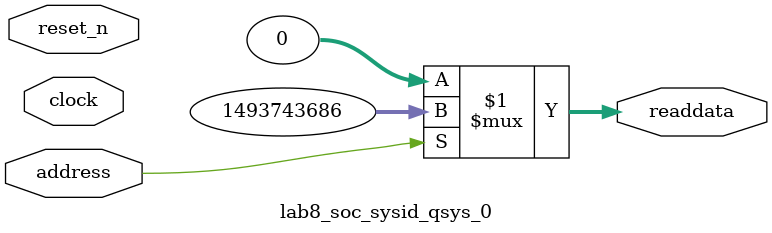
<source format=v>

`timescale 1ns / 1ps
// synthesis translate_on

// turn off superfluous verilog processor warnings 
// altera message_level Level1 
// altera message_off 10034 10035 10036 10037 10230 10240 10030 

module lab8_soc_sysid_qsys_0 (
               // inputs:
                address,
                clock,
                reset_n,

               // outputs:
                readdata
             )
;

  output  [ 31: 0] readdata;
  input            address;
  input            clock;
  input            reset_n;

  wire    [ 31: 0] readdata;
  //control_slave, which is an e_avalon_slave
  assign readdata = address ? 1493743686 : 0;

endmodule




</source>
